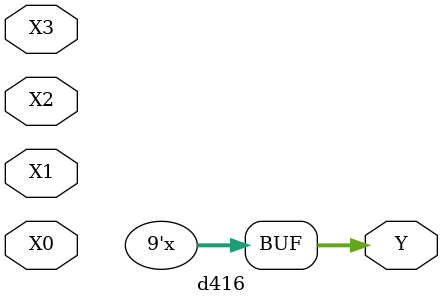
<source format=sv>
module d416 (
	input  logic X0,X1,X2,X3, 
	output logic [8:0] Y	
);

assign Y[0]  = ~X[3] & ~X[2] & ~X[1] & ~X[0];
assign Y[1]  = ~X[3] & ~X[2] & ~X[1] &  X[0];
assign Y[2]  = ~X[3] & ~X[2] &  X[1] & ~X[0];
assign Y[3]  = ~X[3] & ~X[2] &  X[1] &  X[0];
assign Y[4]  = ~X[3] &  X[2] & ~X[1] & ~X[0];
assign Y[5]  = ~X[3] &  X[2] & ~X[1] &  X[0];
assign Y[6]  = ~X[3] &  X[2] &  X[1] & ~X[0];
assign Y[7]  = ~X[3] &  X[2] &  X[1] &  X[0];
assign Y[8]  =  X[3] & ~X[2] & ~X[1] & ~X[0];

endmodule
</source>
